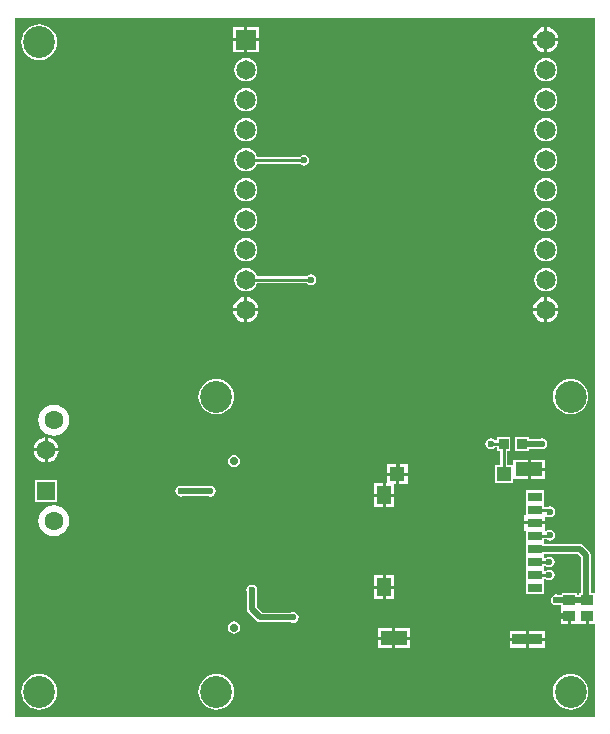
<source format=gbl>
G04*
G04 #@! TF.GenerationSoftware,Altium Limited,Altium Designer,19.0.10 (269)*
G04*
G04 Layer_Physical_Order=2*
G04 Layer_Color=16711680*
%FSLAX25Y25*%
%MOIN*%
G70*
G01*
G75*
%ADD11C,0.01000*%
%ADD14R,0.03937X0.03543*%
%ADD31C,0.01968*%
%ADD33C,0.00984*%
%ADD34C,0.06500*%
%ADD35R,0.06500X0.06500*%
%ADD36R,0.06299X0.06299*%
%ADD37C,0.06299*%
%ADD38C,0.10630*%
%ADD39C,0.02756*%
%ADD40C,0.02362*%
%ADD41R,0.04528X0.05906*%
%ADD42R,0.08661X0.04528*%
%ADD43R,0.04724X0.04567*%
%ADD44R,0.04921X0.04567*%
%ADD45R,0.09843X0.03740*%
%ADD46R,0.04882X0.03150*%
%ADD47R,0.03347X0.03347*%
G36*
X136164Y234589D02*
X136164Y43270D01*
X135664Y42824D01*
X134686D01*
Y55512D01*
X134563Y56130D01*
X134213Y56654D01*
X132245Y58622D01*
X131720Y58973D01*
X131102Y59096D01*
X119043D01*
Y60690D01*
X119830D01*
X120368Y60330D01*
X121063Y60192D01*
X121758Y60330D01*
X122347Y60724D01*
X122741Y61313D01*
X122879Y62008D01*
X122741Y62703D01*
X122347Y63292D01*
X121758Y63686D01*
X121063Y63824D01*
X120368Y63686D01*
X119848Y63338D01*
X119452Y63613D01*
X119442Y63623D01*
Y65642D01*
X116002D01*
X112561D01*
Y63567D01*
X112961D01*
Y59636D01*
Y55305D01*
Y50975D01*
Y46644D01*
Y42313D01*
X119043D01*
Y47496D01*
X119543Y47594D01*
X119582Y47535D01*
X120171Y47141D01*
X120866Y47003D01*
X121561Y47141D01*
X122150Y47535D01*
X122544Y48124D01*
X122682Y48819D01*
X122544Y49514D01*
X122150Y50103D01*
X121561Y50497D01*
X120866Y50635D01*
X120171Y50497D01*
X119582Y50103D01*
X119543Y50044D01*
X119043Y50142D01*
Y51827D01*
X119543Y51925D01*
X119582Y51866D01*
X120171Y51472D01*
X120866Y51334D01*
X121561Y51472D01*
X122150Y51866D01*
X122544Y52455D01*
X122682Y53150D01*
X122544Y53844D01*
X122150Y54434D01*
X121561Y54827D01*
X120866Y54966D01*
X120171Y54827D01*
X119582Y54434D01*
X119543Y54374D01*
X119043Y54473D01*
Y55865D01*
X130433D01*
X131456Y54843D01*
Y42824D01*
X130896D01*
Y42068D01*
X130128D01*
Y42824D01*
X124991D01*
Y42068D01*
X124164D01*
X123923Y42229D01*
X123228Y42367D01*
X122533Y42229D01*
X121944Y41835D01*
X121551Y41246D01*
X121412Y40551D01*
X121551Y39856D01*
X121944Y39267D01*
X122533Y38873D01*
X123228Y38735D01*
X123743Y38838D01*
X124637D01*
X124874Y38600D01*
X124827Y38052D01*
X124591Y37909D01*
X124591Y37840D01*
X124591Y37840D01*
Y35638D01*
X127559D01*
Y35138D01*
X128059D01*
Y32366D01*
X132965D01*
Y35138D01*
X133965D01*
Y32366D01*
X136164D01*
Y1631D01*
X-57424Y1631D01*
X-57424Y234589D01*
X136164Y234589D01*
D02*
G37*
%LPC*%
G36*
X120153Y231465D02*
Y227744D01*
X123874D01*
X123794Y228354D01*
X123366Y229387D01*
X122685Y230275D01*
X121797Y230957D01*
X120763Y231385D01*
X120153Y231465D01*
D02*
G37*
G36*
X119153D02*
X118544Y231385D01*
X117510Y230957D01*
X116622Y230275D01*
X115941Y229387D01*
X115513Y228354D01*
X115433Y227744D01*
X119153D01*
Y231465D01*
D02*
G37*
G36*
X23903Y231494D02*
X20154D01*
Y227744D01*
X23903D01*
Y231494D01*
D02*
G37*
G36*
X19153D02*
X15404D01*
Y227744D01*
X19153D01*
Y231494D01*
D02*
G37*
G36*
X123874Y226744D02*
X120153D01*
Y223023D01*
X120763Y223103D01*
X121797Y223532D01*
X122685Y224213D01*
X123366Y225101D01*
X123794Y226135D01*
X123874Y226744D01*
D02*
G37*
G36*
X119153D02*
X115433D01*
X115513Y226135D01*
X115941Y225101D01*
X116622Y224213D01*
X117510Y223532D01*
X118544Y223103D01*
X119153Y223023D01*
Y226744D01*
D02*
G37*
G36*
X23903D02*
X20154D01*
Y222994D01*
X23903D01*
Y226744D01*
D02*
G37*
G36*
X19153D02*
X15404D01*
Y222994D01*
X19153D01*
Y226744D01*
D02*
G37*
G36*
X-49213Y232322D02*
X-50372Y232207D01*
X-51487Y231869D01*
X-52515Y231320D01*
X-53415Y230581D01*
X-54154Y229680D01*
X-54704Y228653D01*
X-55042Y227537D01*
X-55156Y226378D01*
X-55042Y225218D01*
X-54704Y224103D01*
X-54154Y223076D01*
X-53415Y222175D01*
X-52515Y221436D01*
X-51487Y220887D01*
X-50372Y220549D01*
X-49213Y220434D01*
X-48053Y220549D01*
X-46938Y220887D01*
X-45911Y221436D01*
X-45010Y222175D01*
X-44271Y223076D01*
X-43721Y224103D01*
X-43383Y225218D01*
X-43269Y226378D01*
X-43383Y227537D01*
X-43721Y228653D01*
X-44271Y229680D01*
X-45010Y230581D01*
X-45911Y231320D01*
X-46938Y231869D01*
X-48053Y232207D01*
X-49213Y232322D01*
D02*
G37*
G36*
X119653Y221127D02*
X118649Y220995D01*
X117712Y220607D01*
X116908Y219990D01*
X116291Y219186D01*
X115903Y218249D01*
X115770Y217244D01*
X115903Y216239D01*
X116291Y215302D01*
X116908Y214498D01*
X117712Y213881D01*
X118649Y213493D01*
X119653Y213361D01*
X120659Y213493D01*
X121595Y213881D01*
X122399Y214498D01*
X123017Y215302D01*
X123404Y216239D01*
X123537Y217244D01*
X123404Y218249D01*
X123017Y219186D01*
X122399Y219990D01*
X121595Y220607D01*
X120659Y220995D01*
X119653Y221127D01*
D02*
G37*
G36*
X19654D02*
X18649Y220995D01*
X17712Y220607D01*
X16908Y219990D01*
X16291Y219186D01*
X15903Y218249D01*
X15770Y217244D01*
X15903Y216239D01*
X16291Y215302D01*
X16908Y214498D01*
X17712Y213881D01*
X18649Y213493D01*
X19654Y213361D01*
X20659Y213493D01*
X21595Y213881D01*
X22399Y214498D01*
X23017Y215302D01*
X23404Y216239D01*
X23537Y217244D01*
X23404Y218249D01*
X23017Y219186D01*
X22399Y219990D01*
X21595Y220607D01*
X20659Y220995D01*
X19654Y221127D01*
D02*
G37*
G36*
X119653Y211127D02*
X118649Y210995D01*
X117712Y210607D01*
X116908Y209990D01*
X116291Y209186D01*
X115903Y208249D01*
X115770Y207244D01*
X115903Y206239D01*
X116291Y205303D01*
X116908Y204498D01*
X117712Y203881D01*
X118649Y203493D01*
X119653Y203361D01*
X120659Y203493D01*
X121595Y203881D01*
X122399Y204498D01*
X123017Y205303D01*
X123404Y206239D01*
X123537Y207244D01*
X123404Y208249D01*
X123017Y209186D01*
X122399Y209990D01*
X121595Y210607D01*
X120659Y210995D01*
X119653Y211127D01*
D02*
G37*
G36*
X19654D02*
X18649Y210995D01*
X17712Y210607D01*
X16908Y209990D01*
X16291Y209186D01*
X15903Y208249D01*
X15770Y207244D01*
X15903Y206239D01*
X16291Y205303D01*
X16908Y204498D01*
X17712Y203881D01*
X18649Y203493D01*
X19654Y203361D01*
X20659Y203493D01*
X21595Y203881D01*
X22399Y204498D01*
X23017Y205303D01*
X23404Y206239D01*
X23537Y207244D01*
X23404Y208249D01*
X23017Y209186D01*
X22399Y209990D01*
X21595Y210607D01*
X20659Y210995D01*
X19654Y211127D01*
D02*
G37*
G36*
X119653Y201127D02*
X118649Y200995D01*
X117712Y200607D01*
X116908Y199990D01*
X116291Y199186D01*
X115903Y198249D01*
X115770Y197244D01*
X115903Y196239D01*
X116291Y195302D01*
X116908Y194498D01*
X117712Y193881D01*
X118649Y193493D01*
X119653Y193361D01*
X120659Y193493D01*
X121595Y193881D01*
X122399Y194498D01*
X123017Y195302D01*
X123404Y196239D01*
X123537Y197244D01*
X123404Y198249D01*
X123017Y199186D01*
X122399Y199990D01*
X121595Y200607D01*
X120659Y200995D01*
X119653Y201127D01*
D02*
G37*
G36*
X19654D02*
X18649Y200995D01*
X17712Y200607D01*
X16908Y199990D01*
X16291Y199186D01*
X15903Y198249D01*
X15770Y197244D01*
X15903Y196239D01*
X16291Y195302D01*
X16908Y194498D01*
X17712Y193881D01*
X18649Y193493D01*
X19654Y193361D01*
X20659Y193493D01*
X21595Y193881D01*
X22399Y194498D01*
X23017Y195302D01*
X23404Y196239D01*
X23537Y197244D01*
X23404Y198249D01*
X23017Y199186D01*
X22399Y199990D01*
X21595Y200607D01*
X20659Y200995D01*
X19654Y201127D01*
D02*
G37*
G36*
Y191127D02*
X18649Y190995D01*
X17712Y190607D01*
X16908Y189990D01*
X16291Y189186D01*
X15903Y188249D01*
X15770Y187244D01*
X15903Y186239D01*
X16291Y185302D01*
X16908Y184498D01*
X17712Y183881D01*
X18649Y183493D01*
X19654Y183361D01*
X20659Y183493D01*
X21595Y183881D01*
X22399Y184498D01*
X23017Y185302D01*
X23262Y185894D01*
X37667D01*
X37781Y185724D01*
X38370Y185330D01*
X39065Y185192D01*
X39760Y185330D01*
X40350Y185724D01*
X40743Y186313D01*
X40881Y187008D01*
X40743Y187703D01*
X40350Y188292D01*
X39760Y188686D01*
X39065Y188824D01*
X38370Y188686D01*
X37781Y188292D01*
X37667Y188121D01*
X23421D01*
X23404Y188249D01*
X23017Y189186D01*
X22399Y189990D01*
X21595Y190607D01*
X20659Y190995D01*
X19654Y191127D01*
D02*
G37*
G36*
X119653D02*
X118649Y190995D01*
X117712Y190607D01*
X116908Y189990D01*
X116291Y189186D01*
X115903Y188249D01*
X115770Y187244D01*
X115903Y186239D01*
X116291Y185302D01*
X116908Y184498D01*
X117712Y183881D01*
X118649Y183493D01*
X119653Y183361D01*
X120659Y183493D01*
X121595Y183881D01*
X122399Y184498D01*
X123017Y185302D01*
X123404Y186239D01*
X123537Y187244D01*
X123404Y188249D01*
X123017Y189186D01*
X122399Y189990D01*
X121595Y190607D01*
X120659Y190995D01*
X119653Y191127D01*
D02*
G37*
G36*
Y181127D02*
X118649Y180995D01*
X117712Y180607D01*
X116908Y179990D01*
X116291Y179186D01*
X115903Y178249D01*
X115770Y177244D01*
X115903Y176239D01*
X116291Y175303D01*
X116908Y174498D01*
X117712Y173881D01*
X118649Y173493D01*
X119653Y173361D01*
X120659Y173493D01*
X121595Y173881D01*
X122399Y174498D01*
X123017Y175303D01*
X123404Y176239D01*
X123537Y177244D01*
X123404Y178249D01*
X123017Y179186D01*
X122399Y179990D01*
X121595Y180607D01*
X120659Y180995D01*
X119653Y181127D01*
D02*
G37*
G36*
X19654D02*
X18649Y180995D01*
X17712Y180607D01*
X16908Y179990D01*
X16291Y179186D01*
X15903Y178249D01*
X15770Y177244D01*
X15903Y176239D01*
X16291Y175303D01*
X16908Y174498D01*
X17712Y173881D01*
X18649Y173493D01*
X19654Y173361D01*
X20659Y173493D01*
X21595Y173881D01*
X22399Y174498D01*
X23017Y175303D01*
X23404Y176239D01*
X23537Y177244D01*
X23404Y178249D01*
X23017Y179186D01*
X22399Y179990D01*
X21595Y180607D01*
X20659Y180995D01*
X19654Y181127D01*
D02*
G37*
G36*
X119653Y171127D02*
X118649Y170995D01*
X117712Y170607D01*
X116908Y169990D01*
X116291Y169186D01*
X115903Y168249D01*
X115770Y167244D01*
X115903Y166239D01*
X116291Y165303D01*
X116908Y164498D01*
X117712Y163881D01*
X118649Y163493D01*
X119653Y163361D01*
X120659Y163493D01*
X121595Y163881D01*
X122399Y164498D01*
X123017Y165303D01*
X123404Y166239D01*
X123537Y167244D01*
X123404Y168249D01*
X123017Y169186D01*
X122399Y169990D01*
X121595Y170607D01*
X120659Y170995D01*
X119653Y171127D01*
D02*
G37*
G36*
X19654D02*
X18649Y170995D01*
X17712Y170607D01*
X16908Y169990D01*
X16291Y169186D01*
X15903Y168249D01*
X15770Y167244D01*
X15903Y166239D01*
X16291Y165303D01*
X16908Y164498D01*
X17712Y163881D01*
X18649Y163493D01*
X19654Y163361D01*
X20659Y163493D01*
X21595Y163881D01*
X22399Y164498D01*
X23017Y165303D01*
X23404Y166239D01*
X23537Y167244D01*
X23404Y168249D01*
X23017Y169186D01*
X22399Y169990D01*
X21595Y170607D01*
X20659Y170995D01*
X19654Y171127D01*
D02*
G37*
G36*
X119653Y161127D02*
X118649Y160995D01*
X117712Y160607D01*
X116908Y159990D01*
X116291Y159186D01*
X115903Y158249D01*
X115770Y157244D01*
X115903Y156239D01*
X116291Y155303D01*
X116908Y154498D01*
X117712Y153881D01*
X118649Y153493D01*
X119653Y153361D01*
X120659Y153493D01*
X121595Y153881D01*
X122399Y154498D01*
X123017Y155303D01*
X123404Y156239D01*
X123537Y157244D01*
X123404Y158249D01*
X123017Y159186D01*
X122399Y159990D01*
X121595Y160607D01*
X120659Y160995D01*
X119653Y161127D01*
D02*
G37*
G36*
X19654D02*
X18649Y160995D01*
X17712Y160607D01*
X16908Y159990D01*
X16291Y159186D01*
X15903Y158249D01*
X15770Y157244D01*
X15903Y156239D01*
X16291Y155303D01*
X16908Y154498D01*
X17712Y153881D01*
X18649Y153493D01*
X19654Y153361D01*
X20659Y153493D01*
X21595Y153881D01*
X22399Y154498D01*
X23017Y155303D01*
X23404Y156239D01*
X23537Y157244D01*
X23404Y158249D01*
X23017Y159186D01*
X22399Y159990D01*
X21595Y160607D01*
X20659Y160995D01*
X19654Y161127D01*
D02*
G37*
G36*
Y151127D02*
X18649Y150995D01*
X17712Y150607D01*
X16908Y149990D01*
X16291Y149186D01*
X15903Y148249D01*
X15770Y147244D01*
X15903Y146239D01*
X16291Y145302D01*
X16908Y144498D01*
X17712Y143881D01*
X18649Y143493D01*
X19654Y143361D01*
X20659Y143493D01*
X21595Y143881D01*
X22399Y144498D01*
X23017Y145302D01*
X23356Y146123D01*
X39946D01*
X40055Y145960D01*
X40644Y145566D01*
X41339Y145428D01*
X42033Y145566D01*
X42623Y145960D01*
X43016Y146549D01*
X43155Y147244D01*
X43016Y147939D01*
X42623Y148528D01*
X42033Y148922D01*
X41339Y149060D01*
X40644Y148922D01*
X40055Y148528D01*
X39946Y148366D01*
X23356D01*
X23017Y149186D01*
X22399Y149990D01*
X21595Y150607D01*
X20659Y150995D01*
X19654Y151127D01*
D02*
G37*
G36*
X119653D02*
X118649Y150995D01*
X117712Y150607D01*
X116908Y149990D01*
X116291Y149186D01*
X115903Y148249D01*
X115770Y147244D01*
X115903Y146239D01*
X116291Y145302D01*
X116908Y144498D01*
X117712Y143881D01*
X118649Y143493D01*
X119653Y143361D01*
X120659Y143493D01*
X121595Y143881D01*
X122399Y144498D01*
X123017Y145302D01*
X123404Y146239D01*
X123537Y147244D01*
X123404Y148249D01*
X123017Y149186D01*
X122399Y149990D01*
X121595Y150607D01*
X120659Y150995D01*
X119653Y151127D01*
D02*
G37*
G36*
X120153Y141465D02*
Y137744D01*
X123874D01*
X123794Y138354D01*
X123366Y139387D01*
X122685Y140275D01*
X121797Y140956D01*
X120763Y141385D01*
X120153Y141465D01*
D02*
G37*
G36*
X119153D02*
X118544Y141385D01*
X117510Y140956D01*
X116622Y140275D01*
X115941Y139387D01*
X115513Y138354D01*
X115433Y137744D01*
X119153D01*
Y141465D01*
D02*
G37*
G36*
X20154D02*
Y137744D01*
X23874D01*
X23794Y138354D01*
X23366Y139387D01*
X22685Y140275D01*
X21797Y140956D01*
X20763Y141385D01*
X20154Y141465D01*
D02*
G37*
G36*
X19153D02*
X18544Y141385D01*
X17510Y140956D01*
X16622Y140275D01*
X15941Y139387D01*
X15513Y138354D01*
X15433Y137744D01*
X19153D01*
Y141465D01*
D02*
G37*
G36*
X123874Y136744D02*
X120153D01*
Y133023D01*
X120763Y133104D01*
X121797Y133532D01*
X122685Y134213D01*
X123366Y135101D01*
X123794Y136135D01*
X123874Y136744D01*
D02*
G37*
G36*
X119153D02*
X115433D01*
X115513Y136135D01*
X115941Y135101D01*
X116622Y134213D01*
X117510Y133532D01*
X118544Y133104D01*
X119153Y133023D01*
Y136744D01*
D02*
G37*
G36*
X23874D02*
X20154D01*
Y133023D01*
X20763Y133104D01*
X21797Y133532D01*
X22685Y134213D01*
X23366Y135101D01*
X23794Y136135D01*
X23874Y136744D01*
D02*
G37*
G36*
X19153D02*
X15433D01*
X15513Y136135D01*
X15941Y135101D01*
X16622Y134213D01*
X17510Y133532D01*
X18544Y133104D01*
X19153Y133023D01*
Y136744D01*
D02*
G37*
G36*
X127953Y114211D02*
X126793Y114097D01*
X125678Y113759D01*
X124651Y113210D01*
X123750Y112470D01*
X123011Y111570D01*
X122462Y110542D01*
X122123Y109427D01*
X122009Y108268D01*
X122123Y107108D01*
X122462Y105993D01*
X123011Y104966D01*
X123750Y104065D01*
X124651Y103326D01*
X125678Y102777D01*
X126793Y102438D01*
X127953Y102324D01*
X129112Y102438D01*
X130227Y102777D01*
X131255Y103326D01*
X132156Y104065D01*
X132895Y104966D01*
X133444Y105993D01*
X133782Y107108D01*
X133896Y108268D01*
X133782Y109427D01*
X133444Y110542D01*
X132895Y111570D01*
X132156Y112470D01*
X131255Y113210D01*
X130227Y113759D01*
X129112Y114097D01*
X127953Y114211D01*
D02*
G37*
G36*
X9843D02*
X8683Y114097D01*
X7568Y113759D01*
X6540Y113210D01*
X5640Y112470D01*
X4901Y111570D01*
X4351Y110542D01*
X4013Y109427D01*
X3899Y108268D01*
X4013Y107108D01*
X4351Y105993D01*
X4901Y104966D01*
X5640Y104065D01*
X6540Y103326D01*
X7568Y102777D01*
X8683Y102438D01*
X9843Y102324D01*
X11002Y102438D01*
X12117Y102777D01*
X13145Y103326D01*
X14045Y104065D01*
X14784Y104966D01*
X15334Y105993D01*
X15672Y107108D01*
X15786Y108268D01*
X15672Y109427D01*
X15334Y110542D01*
X14784Y111570D01*
X14045Y112470D01*
X13145Y113210D01*
X12117Y113759D01*
X11002Y114097D01*
X9843Y114211D01*
D02*
G37*
G36*
X-44370Y105566D02*
X-45709Y105389D01*
X-46956Y104873D01*
X-48027Y104051D01*
X-48849Y102980D01*
X-49366Y101732D01*
X-49542Y100394D01*
X-49366Y99055D01*
X-48849Y97808D01*
X-48027Y96737D01*
X-46956Y95915D01*
X-45709Y95398D01*
X-44370Y95222D01*
X-43031Y95398D01*
X-41784Y95915D01*
X-40713Y96737D01*
X-39891Y97808D01*
X-39375Y99055D01*
X-39198Y100394D01*
X-39375Y101732D01*
X-39891Y102980D01*
X-40713Y104051D01*
X-41784Y104873D01*
X-43031Y105389D01*
X-44370Y105566D01*
D02*
G37*
G36*
X107884Y94793D02*
X103337D01*
Y93641D01*
X102771D01*
X102662Y93804D01*
X102073Y94197D01*
X101378Y94336D01*
X100683Y94197D01*
X100094Y93804D01*
X99700Y93215D01*
X99562Y92520D01*
X99700Y91825D01*
X100094Y91236D01*
X100683Y90842D01*
X101378Y90704D01*
X102073Y90842D01*
X102662Y91236D01*
X102771Y91398D01*
X103337D01*
Y90246D01*
X104489D01*
Y85324D01*
X102587D01*
Y79558D01*
X108708D01*
Y80302D01*
X108781Y80772D01*
X109208Y80772D01*
X113612D01*
Y84035D01*
Y87299D01*
X108781D01*
Y85794D01*
X108708Y85324D01*
X108281Y85324D01*
X106732D01*
Y90246D01*
X107884D01*
Y94793D01*
D02*
G37*
G36*
X-46350Y94671D02*
Y91051D01*
X-42731D01*
X-42808Y91635D01*
X-43226Y92644D01*
X-43891Y93511D01*
X-44758Y94176D01*
X-45767Y94594D01*
X-46350Y94671D01*
D02*
G37*
G36*
X-47350Y94671D02*
X-47934Y94594D01*
X-48943Y94176D01*
X-49810Y93511D01*
X-50475Y92644D01*
X-50893Y91635D01*
X-50970Y91051D01*
X-47350D01*
Y94671D01*
D02*
G37*
G36*
X113986Y94793D02*
X109439D01*
Y90246D01*
X113986D01*
Y90904D01*
X117613D01*
X117707Y90842D01*
X118402Y90704D01*
X119097Y90842D01*
X119686Y91236D01*
X120079Y91825D01*
X120218Y92520D01*
X120079Y93215D01*
X119686Y93804D01*
X119097Y94197D01*
X118402Y94336D01*
X117707Y94197D01*
X117613Y94135D01*
X113986D01*
Y94793D01*
D02*
G37*
G36*
X-42731Y90051D02*
X-46350D01*
Y86432D01*
X-45767Y86508D01*
X-44758Y86927D01*
X-43891Y87592D01*
X-43226Y88459D01*
X-42808Y89468D01*
X-42731Y90051D01*
D02*
G37*
G36*
X-47350D02*
X-50970D01*
X-50893Y89468D01*
X-50475Y88459D01*
X-49810Y87592D01*
X-48943Y86927D01*
X-47934Y86508D01*
X-47350Y86432D01*
Y90051D01*
D02*
G37*
G36*
X15748Y88828D02*
X14976Y88674D01*
X14322Y88237D01*
X13885Y87583D01*
X13731Y86811D01*
X13885Y86039D01*
X14322Y85385D01*
X14976Y84948D01*
X15748Y84794D01*
X16520Y84948D01*
X17174Y85385D01*
X17611Y86039D01*
X17765Y86811D01*
X17611Y87583D01*
X17174Y88237D01*
X16520Y88674D01*
X15748Y88828D01*
D02*
G37*
G36*
X119442Y87299D02*
X114612D01*
Y84535D01*
X119442D01*
Y87299D01*
D02*
G37*
G36*
X73576Y85724D02*
X70714D01*
Y82941D01*
X73576D01*
Y85724D01*
D02*
G37*
G36*
X69714D02*
X66852D01*
Y82941D01*
X69714D01*
Y85724D01*
D02*
G37*
G36*
X119442Y83535D02*
X114612D01*
Y80772D01*
X119442D01*
Y83535D01*
D02*
G37*
G36*
X73576Y81941D02*
X70714D01*
Y79158D01*
X73576D01*
Y81941D01*
D02*
G37*
G36*
X7874Y78588D02*
X7179Y78449D01*
X7086Y78387D01*
X-1180D01*
X-1274Y78449D01*
X-1969Y78588D01*
X-2663Y78449D01*
X-3253Y78056D01*
X-3646Y77466D01*
X-3785Y76772D01*
X-3646Y76077D01*
X-3253Y75488D01*
X-2663Y75094D01*
X-1969Y74956D01*
X-1274Y75094D01*
X-1180Y75156D01*
X7086D01*
X7179Y75094D01*
X7874Y74956D01*
X8569Y75094D01*
X9158Y75488D01*
X9552Y76077D01*
X9690Y76772D01*
X9552Y77466D01*
X9158Y78056D01*
X8569Y78449D01*
X7874Y78588D01*
D02*
G37*
G36*
X69714Y81941D02*
X66852D01*
Y79307D01*
X66285D01*
Y75854D01*
X69049D01*
Y79158D01*
X69714D01*
Y81941D01*
D02*
G37*
G36*
X65285Y79307D02*
X62521D01*
Y75854D01*
X65285D01*
Y79307D01*
D02*
G37*
G36*
X-43101Y80521D02*
X-50600D01*
Y73022D01*
X-43101D01*
Y80521D01*
D02*
G37*
G36*
X69049Y74854D02*
X66285D01*
Y71402D01*
X69049D01*
Y74854D01*
D02*
G37*
G36*
X65285D02*
X62521D01*
Y71402D01*
X65285D01*
Y74854D01*
D02*
G37*
G36*
X119043Y76978D02*
X112961D01*
Y72628D01*
Y68717D01*
X112561D01*
Y66642D01*
X116002D01*
X119442D01*
Y68267D01*
X119448Y68272D01*
X119942Y68489D01*
X120368Y68204D01*
X121063Y68066D01*
X121758Y68204D01*
X122347Y68598D01*
X122741Y69187D01*
X122879Y69882D01*
X122741Y70577D01*
X122347Y71166D01*
X121758Y71560D01*
X121063Y71698D01*
X120507Y71587D01*
X120472Y71594D01*
X120472Y71594D01*
X119043D01*
Y76978D01*
D02*
G37*
G36*
X-44370Y72101D02*
X-45709Y71925D01*
X-46956Y71408D01*
X-48027Y70586D01*
X-48849Y69515D01*
X-49366Y68268D01*
X-49542Y66929D01*
X-49366Y65591D01*
X-48849Y64343D01*
X-48027Y63272D01*
X-46956Y62450D01*
X-45709Y61934D01*
X-44370Y61757D01*
X-43031Y61934D01*
X-41784Y62450D01*
X-40713Y63272D01*
X-39891Y64343D01*
X-39375Y65591D01*
X-39198Y66929D01*
X-39375Y68268D01*
X-39891Y69515D01*
X-40713Y70586D01*
X-41784Y71408D01*
X-43031Y71925D01*
X-44370Y72101D01*
D02*
G37*
G36*
X69049Y48677D02*
X66285D01*
Y45224D01*
X69049D01*
Y48677D01*
D02*
G37*
G36*
X65285D02*
X62521D01*
Y45224D01*
X65285D01*
Y48677D01*
D02*
G37*
G36*
X69049Y44224D02*
X66285D01*
Y40772D01*
X69049D01*
Y44224D01*
D02*
G37*
G36*
X65285D02*
X62521D01*
Y40772D01*
X65285D01*
Y44224D01*
D02*
G37*
G36*
X21654Y45517D02*
X20959Y45379D01*
X20369Y44985D01*
X19976Y44396D01*
X19838Y43701D01*
X19976Y43006D01*
X20038Y42912D01*
Y37402D01*
X20161Y36783D01*
X20511Y36259D01*
X23267Y33503D01*
X23791Y33153D01*
X24409Y33030D01*
X34645D01*
X34738Y32968D01*
X35433Y32830D01*
X36128Y32968D01*
X36717Y33362D01*
X37111Y33951D01*
X37249Y34646D01*
X37111Y35341D01*
X36717Y35930D01*
X36128Y36323D01*
X35433Y36462D01*
X34738Y36323D01*
X34645Y36261D01*
X25078D01*
X23269Y38071D01*
Y42912D01*
X23331Y43006D01*
X23470Y43701D01*
X23331Y44396D01*
X22938Y44985D01*
X22348Y45379D01*
X21654Y45517D01*
D02*
G37*
G36*
X127059Y34638D02*
X124591D01*
Y32366D01*
X127059D01*
Y34638D01*
D02*
G37*
G36*
X15748Y33316D02*
X14976Y33162D01*
X14322Y32725D01*
X13885Y32071D01*
X13731Y31299D01*
X13885Y30527D01*
X14322Y29873D01*
X14976Y29436D01*
X15748Y29283D01*
X16520Y29436D01*
X17174Y29873D01*
X17611Y30527D01*
X17765Y31299D01*
X17611Y32071D01*
X17174Y32725D01*
X16520Y33162D01*
X15748Y33316D01*
D02*
G37*
G36*
X74246Y31039D02*
X69415D01*
Y28276D01*
X74246D01*
Y31039D01*
D02*
G37*
G36*
X68415D02*
X63584D01*
Y28276D01*
X68415D01*
Y31039D01*
D02*
G37*
G36*
X119442Y30252D02*
X114021D01*
Y27882D01*
X119442D01*
Y30252D01*
D02*
G37*
G36*
X113021D02*
X107600D01*
Y27882D01*
X113021D01*
Y30252D01*
D02*
G37*
G36*
X119442Y26882D02*
X114021D01*
Y24512D01*
X119442D01*
Y26882D01*
D02*
G37*
G36*
X113021D02*
X107600D01*
Y24512D01*
X113021D01*
Y26882D01*
D02*
G37*
G36*
X74246Y27276D02*
X69415D01*
Y24512D01*
X74246D01*
Y27276D01*
D02*
G37*
G36*
X68415D02*
X63584D01*
Y24512D01*
X68415D01*
Y27276D01*
D02*
G37*
G36*
X9843Y15786D02*
X8683Y15672D01*
X7568Y15334D01*
X6540Y14784D01*
X5640Y14045D01*
X4901Y13145D01*
X4351Y12117D01*
X4013Y11002D01*
X3899Y9843D01*
X4013Y8683D01*
X4351Y7568D01*
X4901Y6540D01*
X5640Y5640D01*
X6540Y4901D01*
X7568Y4351D01*
X8683Y4013D01*
X9843Y3899D01*
X11002Y4013D01*
X12117Y4351D01*
X13145Y4901D01*
X14045Y5640D01*
X14784Y6540D01*
X15334Y7568D01*
X15672Y8683D01*
X15786Y9843D01*
X15672Y11002D01*
X15334Y12117D01*
X14784Y13145D01*
X14045Y14045D01*
X13145Y14784D01*
X12117Y15334D01*
X11002Y15672D01*
X9843Y15786D01*
D02*
G37*
G36*
X-49213D02*
X-50372Y15672D01*
X-51487Y15334D01*
X-52515Y14784D01*
X-53415Y14045D01*
X-54154Y13145D01*
X-54704Y12117D01*
X-55042Y11002D01*
X-55156Y9843D01*
X-55042Y8683D01*
X-54704Y7568D01*
X-54154Y6540D01*
X-53415Y5640D01*
X-52515Y4901D01*
X-51487Y4351D01*
X-50372Y4013D01*
X-49213Y3899D01*
X-48053Y4013D01*
X-46938Y4351D01*
X-45911Y4901D01*
X-45010Y5640D01*
X-44271Y6540D01*
X-43721Y7568D01*
X-43383Y8683D01*
X-43269Y9843D01*
X-43383Y11002D01*
X-43721Y12117D01*
X-44271Y13145D01*
X-45010Y14045D01*
X-45911Y14784D01*
X-46938Y15334D01*
X-48053Y15672D01*
X-49213Y15786D01*
D02*
G37*
G36*
X127953Y15786D02*
X126793Y15672D01*
X125678Y15334D01*
X124651Y14784D01*
X123750Y14045D01*
X123011Y13145D01*
X122462Y12117D01*
X122123Y11002D01*
X122009Y9843D01*
X122123Y8683D01*
X122462Y7568D01*
X123011Y6540D01*
X123750Y5640D01*
X124651Y4901D01*
X125678Y4351D01*
X126793Y4013D01*
X127953Y3899D01*
X129112Y4013D01*
X130227Y4351D01*
X131255Y4901D01*
X132156Y5640D01*
X132895Y6540D01*
X133444Y7568D01*
X133782Y8683D01*
X133896Y9843D01*
X133782Y11002D01*
X133444Y12117D01*
X132895Y13145D01*
X132156Y14045D01*
X131255Y14784D01*
X130227Y15334D01*
X129112Y15672D01*
X127953Y15786D01*
D02*
G37*
%LPD*%
D11*
X115649Y52756D02*
X116043Y53150D01*
X116002Y48777D02*
X116043Y48819D01*
X120866Y48819D02*
X120866Y48819D01*
X116002Y48819D02*
X120866D01*
X120866Y53150D02*
X120866Y53150D01*
X116002Y53150D02*
X120866D01*
X120866Y61811D02*
X121063Y62008D01*
X116002Y61811D02*
X120866D01*
X120472Y70472D02*
X121063Y69882D01*
X116002Y70472D02*
X120472D01*
X101378Y92520D02*
X101378Y92520D01*
X105610D01*
Y82478D02*
Y92520D01*
Y82478D02*
X105647Y82441D01*
X19654Y147244D02*
X41339D01*
X125197Y19291D02*
X125689Y19783D01*
X113563Y27382D02*
Y33248D01*
X59606Y75354D02*
X65827D01*
X70256Y82441D02*
Y88760D01*
X61572Y27776D02*
X68957D01*
X65827Y37795D02*
Y44724D01*
X114154Y79941D02*
X114173Y79921D01*
X114154Y79941D02*
Y84035D01*
D14*
X133465Y40453D02*
D03*
Y35138D02*
D03*
X127559Y40453D02*
D03*
Y35138D02*
D03*
D31*
X123364Y34449D02*
X124053Y35138D01*
X127559D01*
X133449Y40453D02*
X133457Y40445D01*
X118402Y92520D02*
X118402Y92520D01*
X111713Y92520D02*
X118402D01*
X-1969Y76772D02*
X7874D01*
X21654Y37402D02*
X24409Y34646D01*
X21654Y37402D02*
Y43701D01*
X24409Y34646D02*
X35433D01*
X123228Y40551D02*
X123327Y40453D01*
X127559D01*
X133071Y40831D02*
X133449Y40453D01*
X133457Y40445D02*
X133465Y40453D01*
X133071Y40831D02*
Y55512D01*
X131102Y57480D02*
X133071Y55512D01*
X116002Y57480D02*
X131102D01*
X127559Y40453D02*
X133449D01*
D33*
X20579Y186319D02*
X21268Y187008D01*
X39065D01*
X19654Y187244D02*
X20579Y186319D01*
D34*
X119653Y137244D02*
D03*
Y147244D02*
D03*
Y157244D02*
D03*
Y167244D02*
D03*
Y177244D02*
D03*
Y187244D02*
D03*
Y197244D02*
D03*
Y207244D02*
D03*
Y217244D02*
D03*
Y227244D02*
D03*
X19654Y137244D02*
D03*
Y147244D02*
D03*
Y157244D02*
D03*
Y167244D02*
D03*
Y177244D02*
D03*
Y187244D02*
D03*
Y197244D02*
D03*
Y207244D02*
D03*
Y217244D02*
D03*
D35*
Y227244D02*
D03*
D36*
X-46850Y76772D02*
D03*
D37*
Y90551D02*
D03*
X-44370Y66929D02*
D03*
Y100394D02*
D03*
D38*
X127953Y9843D02*
D03*
X-49213Y226378D02*
D03*
Y9843D02*
D03*
X9843Y108268D02*
D03*
X127953D02*
D03*
X9843Y9843D02*
D03*
D39*
X15748Y31299D02*
D03*
Y86811D02*
D03*
D40*
X127953Y118110D02*
D03*
X98425Y216535D02*
D03*
Y177165D02*
D03*
X108268Y157480D02*
D03*
X98425Y137795D02*
D03*
X108268Y118110D02*
D03*
X98425Y98425D02*
D03*
Y59055D02*
D03*
Y19685D02*
D03*
X78740Y216535D02*
D03*
X88583Y196850D02*
D03*
X78740Y177165D02*
D03*
X88583Y157480D02*
D03*
X78740Y137795D02*
D03*
X88583Y118110D02*
D03*
X78740Y98425D02*
D03*
X88583Y78740D02*
D03*
X78740Y59055D02*
D03*
X59055Y216535D02*
D03*
X68898Y196850D02*
D03*
X59055Y177165D02*
D03*
Y137795D02*
D03*
X68898Y118110D02*
D03*
X59055Y98425D02*
D03*
Y59055D02*
D03*
X39370Y216535D02*
D03*
X49213Y196850D02*
D03*
Y157480D02*
D03*
Y118110D02*
D03*
Y39370D02*
D03*
X39370Y19685D02*
D03*
X29528Y157480D02*
D03*
Y118110D02*
D03*
X19685Y98425D02*
D03*
Y19685D02*
D03*
X0Y216535D02*
D03*
X9843Y196850D02*
D03*
X0Y177165D02*
D03*
X9843Y157480D02*
D03*
X0Y137795D02*
D03*
X9843Y118110D02*
D03*
X0Y98425D02*
D03*
Y59055D02*
D03*
Y19685D02*
D03*
X-19685Y216535D02*
D03*
X-9843Y196850D02*
D03*
X-19685Y177165D02*
D03*
X-9843Y157480D02*
D03*
X-19685Y137795D02*
D03*
X-9843Y118110D02*
D03*
X-19685Y98425D02*
D03*
Y59055D02*
D03*
X-9843Y39370D02*
D03*
X-19685Y19685D02*
D03*
X-39370Y216535D02*
D03*
X-29528Y196850D02*
D03*
X-39370Y177165D02*
D03*
X-29528Y157480D02*
D03*
X-39370Y137795D02*
D03*
X-29528Y118110D02*
D03*
X-39370Y59055D02*
D03*
X-29528Y39370D02*
D03*
X-39370Y19685D02*
D03*
X-27559Y70472D02*
D03*
X123364Y34449D02*
D03*
X7874Y37402D02*
D03*
X120866Y48819D02*
D03*
Y53150D02*
D03*
X121063Y62008D02*
D03*
Y69882D02*
D03*
X101378Y92520D02*
D03*
X118402D02*
D03*
X28740Y85315D02*
D03*
X22638Y80709D02*
D03*
X39065Y187008D02*
D03*
X41339Y147244D02*
D03*
X7874Y76772D02*
D03*
X-1969D02*
D03*
X21654Y43701D02*
D03*
X35433Y34646D02*
D03*
X123228Y40551D02*
D03*
X133858Y169291D02*
D03*
X129575Y202362D02*
D03*
X125689Y19783D02*
D03*
X119575Y124803D02*
D03*
X-29921Y62992D02*
D03*
X113563Y33248D02*
D03*
X133444Y227165D02*
D03*
X59606Y75354D02*
D03*
X70256Y88760D02*
D03*
X61572Y27776D02*
D03*
X65827Y37795D02*
D03*
X114173Y79921D02*
D03*
X43701Y82677D02*
D03*
X7874Y41339D02*
D03*
D41*
X65785Y75354D02*
D03*
Y44724D02*
D03*
D42*
X68915Y27776D02*
D03*
X114112Y84035D02*
D03*
D43*
X70214Y82441D02*
D03*
D44*
X105647D02*
D03*
D45*
X113521Y27382D02*
D03*
D46*
X116002Y74803D02*
D03*
Y70472D02*
D03*
Y66142D02*
D03*
Y61811D02*
D03*
Y57480D02*
D03*
Y53150D02*
D03*
Y48819D02*
D03*
Y44488D02*
D03*
D47*
X105610Y92520D02*
D03*
X111713D02*
D03*
M02*

</source>
